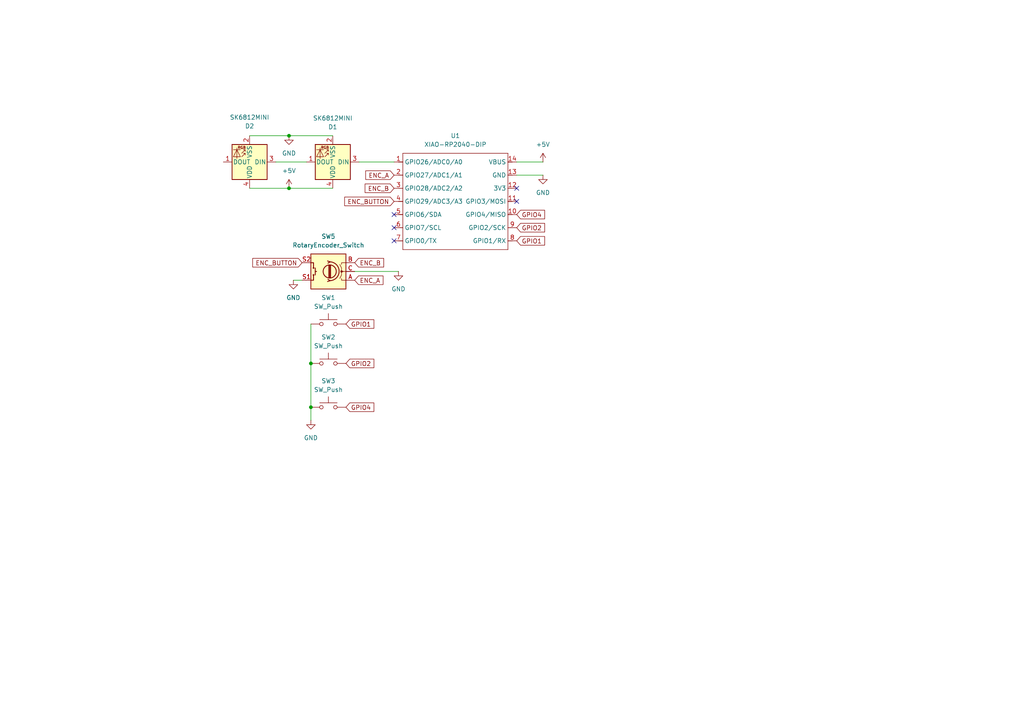
<source format=kicad_sch>
(kicad_sch (version 20250114) (generator "eeschema") (generator_version "9.0")
  (paper "A4")
  (lib_symbols
    (symbol "Device:RotaryEncoder_Switch" (pin_names (offset 0.254) (hide yes))
      (property "Reference" "SW" (at 0 6.604 0))
      (property "Value" "RotaryEncoder_Switch" (at 0 -6.604 0))
      (symbol "RotaryEncoder_Switch_0_1"
        (rectangle (start -5.08 5.08) (end 5.08 -5.08) (stroke (width 0.254)) (fill (type background)))
        (polyline (pts (xy -5.08 2.54) (xy -3.81 2.54) (xy -3.81 2.032)))
        (polyline (pts (xy -5.08 0) (xy -3.81 0) (xy -3.81 -1.016) (xy -3.302 -2.032)))
        (polyline (pts (xy -5.08 -2.54) (xy -3.81 -2.54) (xy -3.81 -2.032)))
        (polyline (pts (xy -4.318 0) (xy -3.81 0) (xy -3.81 1.016) (xy -3.302 2.032)))
        (circle (center -3.81 0) (radius 0.254) (fill (type outline)))
        (polyline (pts (xy -0.635 -1.778) (xy -0.635 1.778)) (stroke (width 0.254)))
        (circle (center -0.381 0) (radius 1.905) (stroke (width 0.254)))
        (polyline (pts (xy -0.381 -1.778) (xy -0.381 1.778)) (stroke (width 0.254)))
        (arc (start -0.381 -2.794) (mid -3.0988 -0.0635) (end -0.381 2.667) (stroke (width 0.254)))
        (polyline (pts (xy -0.127 1.778) (xy -0.127 -1.778)) (stroke (width 0.254)))
        (polyline (pts (xy 0.254 2.921) (xy -0.508 2.667) (xy 0.127 2.286)) (stroke (width 0.254)))
        (polyline (pts (xy 0.254 -3.048) (xy -0.508 -2.794) (xy 0.127 -2.413)) (stroke (width 0.254)))
        (polyline (pts (xy 3.81 1.016) (xy 3.81 -1.016)) (stroke (width 0.254)))
        (polyline (pts (xy 3.81 0) (xy 3.429 0)) (stroke (width 0.254)))
        (circle (center 4.318 1.016) (radius 0.127) (stroke (width 0.254)))
        (circle (center 4.318 -1.016) (radius 0.127) (stroke (width 0.254)))
        (polyline (pts (xy 5.08 2.54) (xy 4.318 2.54) (xy 4.318 1.016)) (stroke (width 0.254)))
        (polyline (pts (xy 5.08 -2.54) (xy 4.318 -2.54) (xy 4.318 -1.016)) (stroke (width 0.254)))
      )
      (symbol "RotaryEncoder_Switch_1_1"
        (pin passive line (at -7.62 2.54 0) (length 2.54) (name "A") (number "A"))
        (pin passive line (at -7.62 0 0) (length 2.54) (name "C") (number "C"))
        (pin passive line (at -7.62 -2.54 0) (length 2.54) (name "B") (number "B"))
        (pin passive line (at 7.62 2.54 180) (length 2.54) (name "S1") (number "S1"))
        (pin passive line (at 7.62 -2.54 180) (length 2.54) (name "S2") (number "S2"))
      )
    )
    (symbol "LED:SK6812MINI" (pin_names (offset 0.254))
      (property "Reference" "D" (at 5.08 5.715 0))
      (property "Value" "SK6812MINI" (at 1.27 -5.715 0))
      (symbol "SK6812MINI_0_0"
        (text "RGB" (at 2.286 -4.191 0) (effects (font (size 0.762 0.762))))
      )
      (symbol "SK6812MINI_0_1"
        (polyline (pts (xy 1.27 -2.54) (xy 1.778 -2.54)))
        (polyline (pts (xy 1.27 -3.556) (xy 1.778 -3.556)))
        (polyline (pts (xy 2.286 -1.524) (xy 1.27 -2.54) (xy 1.27 -2.032)))
        (polyline (pts (xy 2.286 -2.54) (xy 1.27 -3.556) (xy 1.27 -3.048)))
        (polyline (pts (xy 3.683 -1.016) (xy 3.683 -3.556) (xy 3.683 -4.064)))
        (polyline (pts (xy 4.699 -1.524) (xy 2.667 -1.524) (xy 3.683 -3.556) (xy 4.699 -1.524)))
        (polyline (pts (xy 4.699 -3.556) (xy 2.667 -3.556)))
        (rectangle (start 5.08 5.08) (end -5.08 -5.08) (stroke (width 0.254)) (fill (type background)))
      )
      (symbol "SK6812MINI_1_1"
        (pin input line (at -7.62 0 0) (length 2.54) (name "DIN") (number "3"))
        (pin power_in line (at 0 7.62 270) (length 2.54) (name "VDD") (number "4"))
        (pin power_in line (at 0 -7.62 90) (length 2.54) (name "VSS") (number "2"))
        (pin output line (at 7.62 0 180) (length 2.54) (name "DOUT") (number "1"))
      )
    )
    (symbol "Seeed_Studio_XIAO_Series:XIAO-RP2040-DIP"
      (property "Reference" "U" (at 0 0 0))
      (property "Value" "XIAO-RP2040-DIP" (at 5.334 -1.778 0))
      (symbol "XIAO-RP2040-DIP_1_0"
        (polyline (pts (xy -1.27 -2.54) (xy 29.21 -2.54)) (stroke (width 0.1524)))
        (polyline (pts (xy -1.27 -5.08) (xy -2.54 -5.08)) (stroke (width 0.1524)))
        (polyline (pts (xy -1.27 -5.08) (xy -1.27 -2.54)) (stroke (width 0.1524)))
        (polyline (pts (xy -1.27 -8.89) (xy -2.54 -8.89)) (stroke (width 0.1524)))
        (polyline (pts (xy -1.27 -8.89) (xy -1.27 -5.08)) (stroke (width 0.1524)))
        (polyline (pts (xy -1.27 -12.7) (xy -2.54 -12.7)) (stroke (width 0.1524)))
        (polyline (pts (xy -1.27 -12.7) (xy -1.27 -8.89)) (stroke (width 0.1524)))
        (polyline (pts (xy -1.27 -16.51) (xy -2.54 -16.51)) (stroke (width 0.1524)))
        (polyline (pts (xy -1.27 -16.51) (xy -1.27 -12.7)) (stroke (width 0.1524)))
        (polyline (pts (xy -1.27 -20.32) (xy -2.54 -20.32)) (stroke (width 0.1524)))
        (polyline (pts (xy -1.27 -24.13) (xy -2.54 -24.13)) (stroke (width 0.1524)))
        (polyline (pts (xy -1.27 -27.94) (xy -2.54 -27.94)) (stroke (width 0.1524)))
        (polyline (pts (xy -1.27 -30.48) (xy -1.27 -16.51)) (stroke (width 0.1524)))
        (polyline (pts (xy 29.21 -2.54) (xy 29.21 -5.08)) (stroke (width 0.1524)))
        (polyline (pts (xy 29.21 -5.08) (xy 29.21 -8.89)) (stroke (width 0.1524)))
        (polyline (pts (xy 29.21 -8.89) (xy 29.21 -12.7)) (stroke (width 0.1524)))
        (polyline (pts (xy 29.21 -12.7) (xy 29.21 -30.48)) (stroke (width 0.1524)))
        (polyline (pts (xy 29.21 -30.48) (xy -1.27 -30.48)) (stroke (width 0.1524)))
        (polyline (pts (xy 30.48 -5.08) (xy 29.21 -5.08)) (stroke (width 0.1524)))
        (polyline (pts (xy 30.48 -8.89) (xy 29.21 -8.89)) (stroke (width 0.1524)))
        (polyline (pts (xy 30.48 -12.7) (xy 29.21 -12.7)) (stroke (width 0.1524)))
        (polyline (pts (xy 30.48 -16.51) (xy 29.21 -16.51)) (stroke (width 0.1524)))
        (polyline (pts (xy 30.48 -20.32) (xy 29.21 -20.32)) (stroke (width 0.1524)))
        (polyline (pts (xy 30.48 -24.13) (xy 29.21 -24.13)) (stroke (width 0.1524)))
        (polyline (pts (xy 30.48 -27.94) (xy 29.21 -27.94)) (stroke (width 0.1524)))
        (pin passive line (at -3.81 -5.08 0) (length 2.54) (name "GPIO26/ADC0/A0") (number "1"))
        (pin passive line (at -3.81 -8.89 0) (length 2.54) (name "GPIO27/ADC1/A1") (number "2"))
        (pin passive line (at -3.81 -12.7 0) (length 2.54) (name "GPIO28/ADC2/A2") (number "3"))
        (pin passive line (at -3.81 -16.51 0) (length 2.54) (name "GPIO29/ADC3/A3") (number "4"))
        (pin passive line (at -3.81 -20.32 0) (length 2.54) (name "GPIO6/SDA") (number "5"))
        (pin passive line (at -3.81 -24.13 0) (length 2.54) (name "GPIO7/SCL") (number "6"))
        (pin passive line (at -3.81 -27.94 0) (length 2.54) (name "GPIO0/TX") (number "7"))
        (pin passive line (at 31.75 -5.08 180) (length 2.54) (name "VBUS") (number "14"))
        (pin passive line (at 31.75 -8.89 180) (length 2.54) (name "GND") (number "13"))
        (pin passive line (at 31.75 -12.7 180) (length 2.54) (name "3V3") (number "12"))
        (pin passive line (at 31.75 -16.51 180) (length 2.54) (name "GPIO3/MOSI") (number "11"))
        (pin passive line (at 31.75 -20.32 180) (length 2.54) (name "GPIO4/MISO") (number "10"))
        (pin passive line (at 31.75 -24.13 180) (length 2.54) (name "GPIO2/SCK") (number "9"))
        (pin passive line (at 31.75 -27.94 180) (length 2.54) (name "GPIO1/RX") (number "8"))
      )
    )
    (symbol "Switch:SW_Push" (pin_numbers (hide yes)) (pin_names (offset 1.016) (hide yes))
      (property "Reference" "SW" (at 1.27 2.54 0))
      (property "Value" "SW_Push" (at 0 -1.524 0))
      (symbol "SW_Push_0_1"
        (circle (center -2.032 0) (radius 0.508))
        (polyline (pts (xy 0 1.27) (xy 0 3.048)))
        (circle (center 2.032 0) (radius 0.508))
        (polyline (pts (xy 2.54 1.27) (xy -2.54 1.27)))
        (pin passive line (at -5.08 0 0) (length 2.54) (name "1") (number "1"))
        (pin passive line (at 5.08 0 180) (length 2.54) (name "2") (number "2"))
      )
    )
    (symbol "power:+5V" (power) (pin_numbers (hide yes)) (pin_names (offset 0) (hide yes))
      (property "Value" "+5V" (at 0 3.556 0))
      (symbol "+5V_0_1"
        (polyline (pts (xy -0.762 1.27) (xy 0 2.54)))
        (polyline (pts (xy 0 2.54) (xy 0.762 1.27)))
        (polyline (pts (xy 0 0) (xy 0 2.54)))
      )
      (symbol "+5V_1_1"
        (pin power_in line (at 0 0 90) (length 0) (name "~") (number "1"))
      )
    )
    (symbol "power:GND" (power) (pin_numbers (hide yes)) (pin_names (offset 0) (hide yes))
      (property "Value" "GND" (at 0 -3.81 0))
      (symbol "GND_0_1"
        (polyline (pts (xy 0 0) (xy 0 -1.27) (xy 1.27 -1.27) (xy 0 -2.54) (xy -1.27 -1.27) (xy 0 -1.27)))
      )
      (symbol "GND_1_1"
        (pin power_in line (at 0 0 270) (length 0) (name "~") (number "1"))
      )
    )
  )
  (junction (at 90.17 105.41))
  (junction (at 83.82 39.37))
  (junction (at 90.17 118.11))
  (junction (at 83.82 54.61))
  (no_connect (at 149.86 58.42))
  (no_connect (at 114.3 66.04))
  (no_connect (at 114.3 62.23))
  (no_connect (at 114.3 69.85))
  (no_connect (at 149.86 54.61))
  (wire (pts (xy 90.17 105.41) (xy 90.17 118.11)))
  (wire (pts (xy 149.86 50.8) (xy 157.48 50.8)))
  (wire (pts (xy 90.17 93.98) (xy 90.17 105.41)))
  (wire (pts (xy 83.82 39.37) (xy 96.52 39.37)))
  (wire (pts (xy 80.01 46.99) (xy 88.9 46.99)))
  (wire (pts (xy 72.39 39.37) (xy 83.82 39.37)))
  (wire (pts (xy 149.86 46.99) (xy 157.48 46.99)))
  (wire (pts (xy 83.82 54.61) (xy 96.52 54.61)))
  (wire (pts (xy 72.39 54.61) (xy 83.82 54.61)))
  (wire (pts (xy 85.09 81.28) (xy 87.63 81.28)))
  (wire (pts (xy 102.87 78.74) (xy 115.57 78.74)))
  (wire (pts (xy 90.17 118.11) (xy 90.17 121.92)))
  (wire (pts (xy 104.14 46.99) (xy 114.3 46.99)))
  (global_label "ENC_BUTTON" (shape input) (at 114.3 58.42 180) (property "Intersheetrefs" "${INTERSHEET_REFS}" (effects (hide yes))))
  (global_label "GPIO2" (shape input) (at 100.33 105.41 0) (property "Intersheetrefs" "${INTERSHEET_REFS}" (effects (hide yes))))
  (global_label "ENC_B" (shape input) (at 102.87 76.2 0) (property "Intersheetrefs" "${INTERSHEET_REFS}" (effects (hide yes))))
  (global_label "ENC_BUTTON" (shape input) (at 87.63 76.2 180) (property "Intersheetrefs" "${INTERSHEET_REFS}" (effects (hide yes))))
  (global_label "GPIO1" (shape input) (at 149.86 69.85 0) (property "Intersheetrefs" "${INTERSHEET_REFS}" (effects (hide yes))))
  (global_label "GPIO4" (shape input) (at 100.33 118.11 0) (property "Intersheetrefs" "${INTERSHEET_REFS}" (effects (hide yes))))
  (global_label "ENC_A" (shape input) (at 102.87 81.28 0) (property "Intersheetrefs" "${INTERSHEET_REFS}" (effects (hide yes))))
  (global_label "ENC_B" (shape input) (at 114.3 54.61 180) (property "Intersheetrefs" "${INTERSHEET_REFS}" (effects (hide yes))))
  (global_label "ENC_A" (shape input) (at 114.3 50.8 180) (property "Intersheetrefs" "${INTERSHEET_REFS}" (effects (hide yes))))
  (global_label "GPIO2" (shape input) (at 149.86 66.04 0) (property "Intersheetrefs" "${INTERSHEET_REFS}" (effects (hide yes))))
  (global_label "GPIO4" (shape input) (at 149.86 62.23 0) (property "Intersheetrefs" "${INTERSHEET_REFS}" (effects (hide yes))))
  (global_label "GPIO1" (shape input) (at 100.33 93.98 0) (property "Intersheetrefs" "${INTERSHEET_REFS}" (effects (hide yes))))
  (symbol (lib_id "Seeed_Studio_XIAO_Series:XIAO-RP2040-DIP") (at 118.11 41.91 0) (unit 1)
    (property "Reference" "U1" (at 132.08 39.37 0))
    (property "Value" "XIAO-RP2040-DIP" (at 132.08 41.91 0))
    (property "Footprint" "Seeed Studio XIAO Series Library:XIAO-RP2040-DIP" (effects (hide yes)))
  )
  (symbol (lib_id "power:GND") (at 83.82 39.37 0) (unit 1)
    (property "Reference" "#PWR04" (effects (hide yes)))
    (property "Value" "GND" (at 83.82 44.45 0))
    (property "Description" "Power symbol creates a global label with name \"GND\" , ground" (effects (hide yes)))
  )
  (symbol (lib_id "power:GND") (at 115.57 78.74 0) (unit 1)
    (property "Reference" "#PWR06" (effects (hide yes)))
    (property "Value" "GND" (at 115.57 83.82 0))
    (property "Description" "Power symbol creates a global label with name \"GND\" , ground" (effects (hide yes)))
  )
  (symbol (lib_id "Switch:SW_Push") (at 95.25 105.41 0) (unit 1)
    (property "Reference" "SW2" (at 95.25 97.79 0))
    (property "Value" "SW_Push" (at 95.25 100.33 0))
    (property "Footprint" "Button_Switch_Keyboard:SW_Cherry_MX_1.00u_PCB" (effects (hide yes)))
    (property "Description" "Push button switch, generic, two pins" (effects (hide yes)))
  )
  (symbol (lib_id "Device:RotaryEncoder_Switch") (at 95.25 78.74 180) (unit 1)
    (property "Reference" "SW5" (at 95.25 68.58 0))
    (property "Value" "RotaryEncoder_Switch" (at 95.25 71.12 0))
    (property "Footprint" "Rotary_Encoder:RotaryEncoder_Alps_EC11E-Switch_Vertical_H20mm" (effects (hide yes)))
    (property "Description" "Rotary encoder, dual channel, incremental quadrate outputs, with switch" (effects (hide yes)))
  )
  (symbol (lib_id "Switch:SW_Push") (at 95.25 93.98 0) (unit 1)
    (property "Reference" "SW1" (at 95.25 86.36 0))
    (property "Value" "SW_Push" (at 95.25 88.9 0))
    (property "Footprint" "Button_Switch_Keyboard:SW_Cherry_MX_1.00u_PCB" (effects (hide yes)))
    (property "Description" "Push button switch, generic, two pins" (effects (hide yes)))
  )
  (symbol (lib_id "power:GND") (at 90.17 121.92 0) (unit 1)
    (property "Reference" "#PWR01" (effects (hide yes)))
    (property "Value" "GND" (at 90.17 127 0))
    (property "Description" "Power symbol creates a global label with name \"GND\" , ground" (effects (hide yes)))
  )
  (symbol (lib_id "Switch:SW_Push") (at 95.25 118.11 0) (unit 1)
    (property "Reference" "SW3" (at 95.25 110.49 0))
    (property "Value" "SW_Push" (at 95.25 113.03 0))
    (property "Footprint" "Button_Switch_Keyboard:SW_Cherry_MX_1.00u_PCB" (effects (hide yes)))
    (property "Description" "Push button switch, generic, two pins" (effects (hide yes)))
  )
  (symbol (lib_id "power:GND") (at 85.09 81.28 0) (unit 1)
    (property "Reference" "#PWR07" (effects (hide yes)))
    (property "Value" "GND" (at 85.09 86.36 0))
    (property "Description" "Power symbol creates a global label with name \"GND\" , ground" (effects (hide yes)))
  )
  (symbol (lib_id "power:GND") (at 157.48 50.8 0) (mirror y) (unit 1)
    (property "Reference" "#PWR03" (effects (hide yes)))
    (property "Value" "GND" (at 157.48 55.88 0))
    (property "Description" "Power symbol creates a global label with name \"GND\" , ground" (effects (hide yes)))
  )
  (symbol (lib_id "LED:SK6812MINI") (at 96.52 46.99 180) (unit 1)
    (property "Reference" "D1" (at 96.52 36.83 0))
    (property "Value" "SK6812MINI" (at 96.52 34.29 0))
    (property "Footprint" "LED_SMD:LED_SK6812MINI_PLCC4_3.5x3.5mm_P1.75mm" (effects (hide yes)))
    (property "Datasheet" "https://cdn-shop.adafruit.com/product-files/2686/SK6812MINI_REV.01-1-2.pdf" (effects (hide yes)))
    (property "Description" "RGB LED with integrated controller" (effects (hide yes)))
  )
  (symbol (lib_id "LED:SK6812MINI") (at 72.39 46.99 180) (unit 1)
    (property "Reference" "D2" (at 72.39 36.576 0))
    (property "Value" "SK6812MINI" (at 72.39 34.036 0))
    (property "Footprint" "LED_SMD:LED_SK6812MINI_PLCC4_3.5x3.5mm_P1.75mm" (effects (hide yes)))
    (property "Datasheet" "https://cdn-shop.adafruit.com/product-files/2686/SK6812MINI_REV.01-1-2.pdf" (effects (hide yes)))
    (property "Description" "RGB LED with integrated controller" (effects (hide yes)))
  )
  (symbol (lib_id "power:+5V") (at 157.48 46.99 0) (unit 1)
    (property "Reference" "#PWR02" (effects (hide yes)))
    (property "Value" "+5V" (at 157.48 41.91 0))
    (property "Description" "Power symbol creates a global label with name \"+5V\"" (effects (hide yes)))
  )
  (symbol (lib_id "power:+5V") (at 83.82 54.61 0) (unit 1)
    (property "Reference" "#PWR05" (effects (hide yes)))
    (property "Value" "+5V" (at 83.82 49.53 0))
    (property "Description" "Power symbol creates a global label with name \"+5V\"" (effects (hide yes)))
  )
)
</source>
